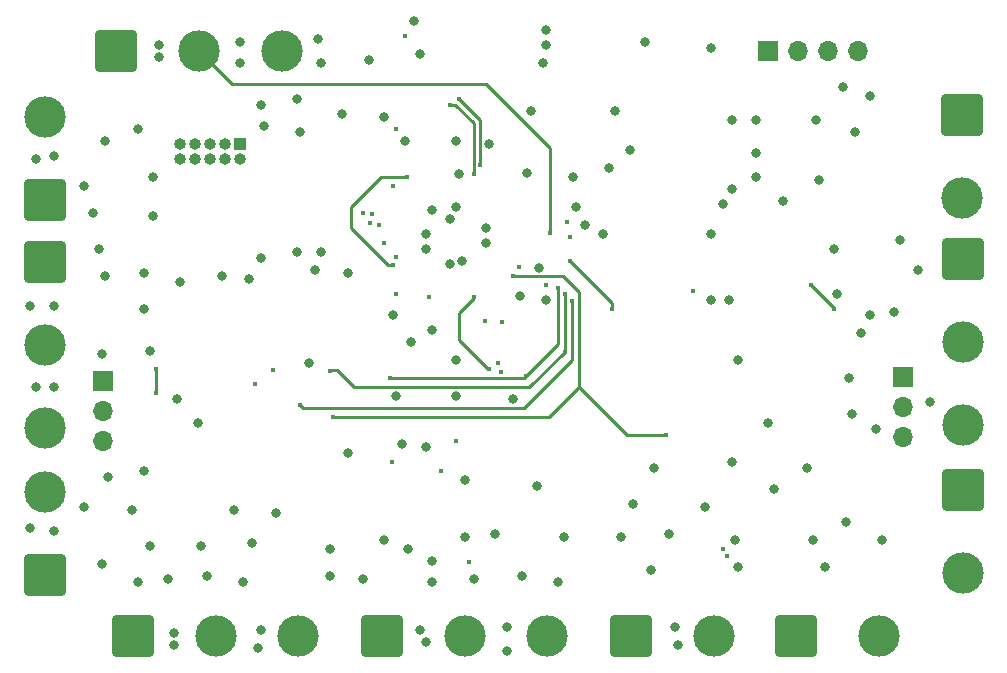
<source format=gbr>
%TF.GenerationSoftware,KiCad,Pcbnew,7.0.10*%
%TF.CreationDate,2024-05-02T22:21:23+08:00*%
%TF.ProjectId,dispo-board,64697370-6f2d-4626-9f61-72642e6b6963,rev?*%
%TF.SameCoordinates,Original*%
%TF.FileFunction,Copper,L2,Inr*%
%TF.FilePolarity,Positive*%
%FSLAX46Y46*%
G04 Gerber Fmt 4.6, Leading zero omitted, Abs format (unit mm)*
G04 Created by KiCad (PCBNEW 7.0.10) date 2024-05-02 22:21:23*
%MOMM*%
%LPD*%
G01*
G04 APERTURE LIST*
G04 Aperture macros list*
%AMRoundRect*
0 Rectangle with rounded corners*
0 $1 Rounding radius*
0 $2 $3 $4 $5 $6 $7 $8 $9 X,Y pos of 4 corners*
0 Add a 4 corners polygon primitive as box body*
4,1,4,$2,$3,$4,$5,$6,$7,$8,$9,$2,$3,0*
0 Add four circle primitives for the rounded corners*
1,1,$1+$1,$2,$3*
1,1,$1+$1,$4,$5*
1,1,$1+$1,$6,$7*
1,1,$1+$1,$8,$9*
0 Add four rect primitives between the rounded corners*
20,1,$1+$1,$2,$3,$4,$5,0*
20,1,$1+$1,$4,$5,$6,$7,0*
20,1,$1+$1,$6,$7,$8,$9,0*
20,1,$1+$1,$8,$9,$2,$3,0*%
G04 Aperture macros list end*
%TA.AperFunction,ComponentPad*%
%ADD10RoundRect,0.250002X1.499998X-1.499998X1.499998X1.499998X-1.499998X1.499998X-1.499998X-1.499998X0*%
%TD*%
%TA.AperFunction,ComponentPad*%
%ADD11C,3.500000*%
%TD*%
%TA.AperFunction,ComponentPad*%
%ADD12RoundRect,0.250002X-1.499998X1.499998X-1.499998X-1.499998X1.499998X-1.499998X1.499998X1.499998X0*%
%TD*%
%TA.AperFunction,ComponentPad*%
%ADD13RoundRect,0.250002X-1.499998X-1.499998X1.499998X-1.499998X1.499998X1.499998X-1.499998X1.499998X0*%
%TD*%
%TA.AperFunction,ComponentPad*%
%ADD14R,1.700000X1.700000*%
%TD*%
%TA.AperFunction,ComponentPad*%
%ADD15O,1.700000X1.700000*%
%TD*%
%TA.AperFunction,ComponentPad*%
%ADD16R,1.000000X1.000000*%
%TD*%
%TA.AperFunction,ComponentPad*%
%ADD17O,1.000000X1.000000*%
%TD*%
%TA.AperFunction,ViaPad*%
%ADD18C,0.450000*%
%TD*%
%TA.AperFunction,ViaPad*%
%ADD19C,0.800000*%
%TD*%
%TA.AperFunction,Conductor*%
%ADD20C,0.250000*%
%TD*%
G04 APERTURE END LIST*
D10*
%TO.N,GND*%
%TO.C,J10*%
X29464000Y-37986393D03*
D11*
%TO.N,GUITAR_IN_P*%
X29464000Y-30986393D03*
%TD*%
D12*
%TO.N,GND*%
%TO.C,J11*%
X107164658Y-30847607D03*
D11*
%TO.N,GUITAR_OUT_P*%
X107164658Y-37847607D03*
%TD*%
D12*
%TO.N,GUITAR_bypass*%
%TO.C,J12*%
X29464000Y-43292000D03*
D11*
%TO.N,GUITAR_IN_switch*%
X29464000Y-50292000D03*
%TO.N,GUITAR_IN_\u00B5C*%
X29464000Y-57292000D03*
%TD*%
D13*
%TO.N,GND*%
%TO.C,J1*%
X35530000Y-25400000D03*
D11*
%TO.N,ADC1_INP4*%
X42530000Y-25400000D03*
%TO.N,+3.3VA*%
X49530000Y-25400000D03*
%TD*%
D14*
%TO.N,GND*%
%TO.C,J4*%
X90678000Y-25400000D03*
D15*
%TO.N,I2C1_SDA*%
X93218000Y-25400000D03*
%TO.N,I2C1_SCL*%
X95758000Y-25400000D03*
%TO.N,+3V3*%
X98298000Y-25400000D03*
%TD*%
D13*
%TO.N,DIG_IN2*%
%TO.C,J7*%
X93077607Y-74953342D03*
D11*
%TO.N,+3V3*%
X100077607Y-74953342D03*
%TD*%
D14*
%TO.N,GUITAR_OUT_switch*%
%TO.C,JP2*%
X102150438Y-53011352D03*
D15*
%TO.N,GUITAR_OUT_P*%
X102150438Y-55551352D03*
%TO.N,GUITAR_OUT_\u00B5C*%
X102150438Y-58091352D03*
%TD*%
D12*
%TO.N,DIG_IN4*%
%TO.C,J9*%
X107188000Y-62596000D03*
D11*
%TO.N,+3V3*%
X107188000Y-69596000D03*
%TD*%
D16*
%TO.N,+3V3*%
%TO.C,J14*%
X45974000Y-33274000D03*
D17*
%TO.N,SWDIO*%
X45974000Y-34544000D03*
%TO.N,GND*%
X44704000Y-33274000D03*
%TO.N,SWCLK*%
X44704000Y-34544000D03*
%TO.N,GND*%
X43434000Y-33274000D03*
%TO.N,SWO*%
X43434000Y-34544000D03*
%TO.N,unconnected-(J14-KEY-Pad7)*%
X42164000Y-33274000D03*
%TO.N,unconnected-(J14-NC{slash}TDI-Pad8)*%
X42164000Y-34544000D03*
%TO.N,unconnected-(J14-GNDDetect-Pad9)*%
X40894000Y-33274000D03*
%TO.N,NRST*%
X40894000Y-34544000D03*
%TD*%
D13*
%TO.N,GND*%
%TO.C,J3*%
X58024000Y-74930000D03*
D11*
%TO.N,ADC1_INP8*%
X65024000Y-74930000D03*
%TO.N,+3.3VA*%
X72024000Y-74930000D03*
%TD*%
D10*
%TO.N,DIG_IN3*%
%TO.C,J8*%
X29487342Y-69736393D03*
D11*
%TO.N,+3V3*%
X29487342Y-62736393D03*
%TD*%
D13*
%TO.N,DIG_IN1*%
%TO.C,J6*%
X79107607Y-74953342D03*
D11*
%TO.N,+3V3*%
X86107607Y-74953342D03*
%TD*%
D14*
%TO.N,GUITAR_IN_switch*%
%TO.C,JP1*%
X34398306Y-53327793D03*
D15*
%TO.N,GUITAR_IN_P*%
X34398306Y-55867793D03*
%TO.N,GUITAR_IN_\u00B5C*%
X34398306Y-58407793D03*
%TD*%
D12*
%TO.N,GUITAR_bypass*%
%TO.C,J13*%
X107188000Y-43038000D03*
D11*
%TO.N,GUITAR_OUT_switch*%
X107188000Y-50038000D03*
%TO.N,GUITAR_OUT_\u00B5C*%
X107188000Y-57038000D03*
%TD*%
D13*
%TO.N,GND*%
%TO.C,J2*%
X36942000Y-74930000D03*
D11*
%TO.N,ADC1_INP5*%
X43942000Y-74930000D03*
%TO.N,+3.3VA*%
X50942000Y-74930000D03*
%TD*%
D18*
%TO.N,+3V3*%
X59944000Y-24130000D03*
X69596000Y-43688000D03*
X58928000Y-36830000D03*
X59182000Y-45974000D03*
X59182000Y-32004000D03*
D19*
X70306378Y-35745910D03*
D18*
X61976000Y-46228000D03*
D19*
%TO.N,GND*%
X63754000Y-43434000D03*
X52832000Y-26416000D03*
X63754000Y-39624000D03*
X30226000Y-34290000D03*
X91186000Y-62484000D03*
X96266000Y-42164000D03*
X85344000Y-64008000D03*
X47752000Y-42926000D03*
X60198000Y-67564000D03*
X85852000Y-40894000D03*
X80772000Y-69342000D03*
X28702000Y-53848000D03*
X61722000Y-42164000D03*
X89662000Y-31242000D03*
X69677788Y-46145625D03*
X95504000Y-69088000D03*
X75184000Y-40132000D03*
X58166000Y-30988000D03*
X70612000Y-30480000D03*
X81026000Y-60706000D03*
X53594000Y-69850000D03*
X53594000Y-67564000D03*
X74422000Y-38608000D03*
X50800000Y-29464000D03*
X55118000Y-44196000D03*
X93980000Y-60706000D03*
X37846000Y-60960000D03*
X47752000Y-29972000D03*
X46228000Y-70358000D03*
X82804000Y-74168000D03*
X89662000Y-36068000D03*
X44450000Y-44450000D03*
X62230000Y-49022000D03*
X45974000Y-24638000D03*
D18*
X68167663Y-48329870D03*
D19*
X69850000Y-69850000D03*
X64262000Y-38608000D03*
X99314000Y-29210000D03*
X60452000Y-50038000D03*
X79248000Y-63754000D03*
X61722000Y-75438000D03*
X47498000Y-75946000D03*
X40640000Y-54864000D03*
X28194000Y-65786000D03*
X34290000Y-51054000D03*
X68580000Y-74168000D03*
X28702000Y-34544000D03*
X59182000Y-54610000D03*
X49022000Y-64516000D03*
X33528000Y-39116000D03*
X30226000Y-46990000D03*
X71882000Y-24892000D03*
X62230000Y-68580000D03*
X37846000Y-47244000D03*
X71882000Y-23622000D03*
X103378000Y-43942000D03*
X64516000Y-35814000D03*
X83058000Y-75692000D03*
X60706000Y-22860000D03*
X50800000Y-42418000D03*
X101346000Y-47498000D03*
X101854000Y-41402000D03*
X82296000Y-66294000D03*
X98044000Y-32258000D03*
X73406000Y-66548000D03*
X42418000Y-56896000D03*
X78994000Y-33782000D03*
X47752000Y-74422000D03*
X98552000Y-49276000D03*
X104394000Y-55118000D03*
X77724000Y-30480000D03*
X61722000Y-58928000D03*
X77216000Y-35306000D03*
X64262000Y-51562000D03*
X56896000Y-26162000D03*
X58928000Y-47752000D03*
X71628000Y-26416000D03*
X88138000Y-69088000D03*
X62230000Y-38862000D03*
X64262000Y-33020000D03*
X99822000Y-57404000D03*
X28194000Y-46990000D03*
X48006000Y-31750000D03*
X87630000Y-31242000D03*
X68580000Y-76200000D03*
X52578000Y-24384000D03*
X94996000Y-36322000D03*
X59690000Y-58674000D03*
X30226000Y-53848000D03*
X37338000Y-32004000D03*
X71310212Y-43755326D03*
X52324000Y-43942000D03*
X67564000Y-66294000D03*
X69088000Y-54864000D03*
X39116000Y-25908000D03*
X100330000Y-66802000D03*
D18*
X68072000Y-52578000D03*
D19*
X34290000Y-68834000D03*
D18*
X67818000Y-51816000D03*
D19*
X87630000Y-37084000D03*
X43180000Y-69850000D03*
X46990000Y-67056000D03*
X66802000Y-41656000D03*
X36830000Y-64262000D03*
X64262000Y-54610000D03*
X37846000Y-44196000D03*
X40386000Y-74676000D03*
X38608000Y-39370000D03*
X72898000Y-70358000D03*
X80264000Y-24638000D03*
X38608000Y-36068000D03*
X40894000Y-44958000D03*
X97536000Y-53086000D03*
X38354000Y-50800000D03*
X30226000Y-66040000D03*
X34544000Y-33020000D03*
X97028000Y-28448000D03*
X74168000Y-36068000D03*
X54610000Y-30734000D03*
X59944000Y-33020000D03*
X67056000Y-33274000D03*
X32766000Y-64008000D03*
X55118000Y-59436000D03*
X42672000Y-67310000D03*
X39116000Y-24892000D03*
X90678000Y-56896000D03*
X62230000Y-70358000D03*
X39878000Y-70104000D03*
X46736000Y-44704000D03*
X91948000Y-38100000D03*
X65786000Y-70104000D03*
X78232000Y-66548000D03*
X87630000Y-60198000D03*
X61214000Y-25654000D03*
X51816000Y-51816000D03*
X65024000Y-66548000D03*
X85852000Y-25146000D03*
X94742000Y-31242000D03*
X76708000Y-40894000D03*
X87376000Y-46482000D03*
X88138000Y-51562000D03*
X58166000Y-66802000D03*
X37338000Y-70358000D03*
X71882000Y-46482000D03*
X51054000Y-32258000D03*
X85852000Y-46482000D03*
X40386000Y-75692000D03*
X86868000Y-38354000D03*
X71120000Y-62230000D03*
X34544000Y-44450000D03*
X32766000Y-36830000D03*
X52832000Y-42418000D03*
X38354000Y-67310000D03*
D18*
X66739987Y-48228822D03*
D19*
X45974000Y-26416000D03*
X66802000Y-40386000D03*
X61214000Y-74422000D03*
X97790000Y-56134000D03*
X65024000Y-61722000D03*
X87884000Y-66802000D03*
X94488000Y-66802000D03*
X61722000Y-40894000D03*
X34036000Y-42164000D03*
X45466000Y-64262000D03*
X56388000Y-70104000D03*
X96520000Y-45974000D03*
X34798000Y-61468000D03*
X99314000Y-47752000D03*
X64770000Y-43180000D03*
X89662000Y-34036000D03*
X97282000Y-65278000D03*
D18*
%TO.N,+3.3VA*%
X71882000Y-45212000D03*
X47244000Y-53594000D03*
X84328000Y-45720000D03*
X48822500Y-52393865D03*
%TO.N,NRST*%
X65786000Y-46228000D03*
X67056000Y-52324000D03*
%TO.N,Net-(C19-Pad1)*%
X60160200Y-36068000D03*
X58928000Y-43548000D03*
%TO.N,DIG_IN1*%
X56388000Y-39116000D03*
X65430400Y-68681600D03*
%TO.N,Net-(U5-OUT)*%
X96266000Y-47244000D03*
X94335600Y-45212000D03*
%TO.N,ADC1_INP4*%
X72228480Y-40825000D03*
%TO.N,ADC1_INP5*%
X62992000Y-60960000D03*
X73660000Y-39878000D03*
%TO.N,ADC1_INP8*%
X73914000Y-41148000D03*
X64262000Y-58420000D03*
%TO.N,I2C1_SDA*%
X58166000Y-41656000D03*
%TO.N,I2C1_SCL*%
X59182000Y-42825000D03*
%TO.N,LED_STATUS1*%
X64516000Y-29464000D03*
X66294000Y-35052000D03*
%TO.N,LED_STATUS2*%
X65785000Y-35814000D03*
X63754000Y-29972000D03*
%TO.N,I2S6_SDI*%
X51054000Y-55372000D03*
X74115766Y-46556326D03*
%TO.N,Net-(U3-OUT)*%
X38862000Y-52324000D03*
X38862000Y-54356000D03*
%TO.N,I2S6_CK*%
X73486200Y-50872200D03*
X73488960Y-46011602D03*
X53603996Y-52455548D03*
%TO.N,I2S6_WS*%
X70222956Y-52921836D03*
X72898000Y-45466000D03*
X58674000Y-53086000D03*
%TO.N,I2S6_MCK*%
X82030004Y-57889321D03*
X53848000Y-56388000D03*
X69088000Y-44450000D03*
%TO.N,I2S6_SDO*%
X73914000Y-43180000D03*
X77470000Y-47244000D03*
%TO.N,DIG_IN2*%
X87225638Y-68165360D03*
X57150000Y-39225000D03*
%TO.N,DIG_IN3*%
X58902600Y-60223400D03*
X56979290Y-39961290D03*
%TO.N,DIG_IN4*%
X57771100Y-40093292D03*
X86868000Y-67552600D03*
%TD*%
D20*
%TO.N,NRST*%
X66983851Y-52361851D02*
X67018149Y-52361851D01*
X67018149Y-52361851D02*
X67056000Y-52324000D01*
X64516000Y-47548800D02*
X65786000Y-46278800D01*
X66983851Y-52361851D02*
X64516000Y-49894000D01*
X64516000Y-49894000D02*
X64516000Y-47548800D01*
X65786000Y-46278800D02*
X65786000Y-46228000D01*
X65836800Y-46228000D02*
X65839213Y-46225587D01*
X65786000Y-46228000D02*
X65836800Y-46228000D01*
%TO.N,Net-(C19-Pad1)*%
X58928000Y-43548000D02*
X58534000Y-43548000D01*
X55372000Y-38608000D02*
X57912000Y-36068000D01*
X57912000Y-36068000D02*
X60160200Y-36068000D01*
X55372000Y-40386000D02*
X55372000Y-38608000D01*
X58534000Y-43548000D02*
X55372000Y-40386000D01*
%TO.N,Net-(U5-OUT)*%
X96266000Y-47142400D02*
X94335600Y-45212000D01*
X96266000Y-47244000D02*
X96266000Y-47142400D01*
%TO.N,ADC1_INP4*%
X45324000Y-28194000D02*
X66802000Y-28194000D01*
X66802000Y-28194000D02*
X72136000Y-33528000D01*
X42530000Y-25400000D02*
X45324000Y-28194000D01*
X72228480Y-40825000D02*
X72228480Y-33620480D01*
X72228480Y-33620480D02*
X72136000Y-33528000D01*
%TO.N,LED_STATUS1*%
X66294000Y-35052000D02*
X66294000Y-31242000D01*
X66294000Y-31242000D02*
X64516000Y-29464000D01*
%TO.N,LED_STATUS2*%
X65785000Y-35814000D02*
X65785000Y-31520158D01*
X65785000Y-31520158D02*
X64236842Y-29972000D01*
X64236842Y-29972000D02*
X63754000Y-29972000D01*
%TO.N,I2S6_SDI*%
X74117200Y-46736000D02*
X74117200Y-46557760D01*
X51054000Y-55372000D02*
X51308000Y-55626000D01*
X74117200Y-46557760D02*
X74115766Y-46556326D01*
X51308000Y-55626000D02*
X70053200Y-55626000D01*
X70053200Y-55626000D02*
X74117200Y-51562000D01*
X74117200Y-51562000D02*
X74117200Y-46736000D01*
%TO.N,Net-(U3-OUT)*%
X38862000Y-52324000D02*
X38862000Y-54356000D01*
%TO.N,I2S6_CK*%
X53603996Y-52455548D02*
X53594000Y-52434000D01*
X73486200Y-50872200D02*
X70510400Y-53848000D01*
X53620711Y-52438833D02*
X53603996Y-52455548D01*
X70510400Y-53848000D02*
X55660000Y-53848000D01*
X55660000Y-53848000D02*
X54250833Y-52438833D01*
X73486200Y-47498000D02*
X73486200Y-46014362D01*
X73486200Y-50872200D02*
X73486200Y-47498000D01*
X54250833Y-52438833D02*
X53620711Y-52438833D01*
X73486200Y-46014362D02*
X73488960Y-46011602D01*
%TO.N,I2S6_WS*%
X72898000Y-50241684D02*
X70222956Y-52916728D01*
X70205842Y-52933842D02*
X70053684Y-53086000D01*
X72898000Y-45466000D02*
X72898000Y-50241684D01*
X70053684Y-53086000D02*
X58674000Y-53086000D01*
X70205842Y-52933842D02*
X70217848Y-52921836D01*
X70217848Y-52921836D02*
X70222956Y-52921836D01*
X70222956Y-52916728D02*
X70222956Y-52921836D01*
%TO.N,I2S6_MCK*%
X74676000Y-53848000D02*
X78740000Y-57912000D01*
X73344319Y-44450000D02*
X74676000Y-45781681D01*
X72136000Y-56388000D02*
X74676000Y-53848000D01*
X69147172Y-44450000D02*
X73344319Y-44450000D01*
X78740000Y-57912000D02*
X82042000Y-57912000D01*
X69137219Y-44459953D02*
X69147172Y-44450000D01*
X53848000Y-56388000D02*
X72136000Y-56388000D01*
X74676000Y-45781681D02*
X74676000Y-53848000D01*
%TO.N,I2S6_SDO*%
X73914000Y-43180000D02*
X77470000Y-46736000D01*
X77470000Y-46736000D02*
X77470000Y-47244000D01*
%TD*%
M02*

</source>
